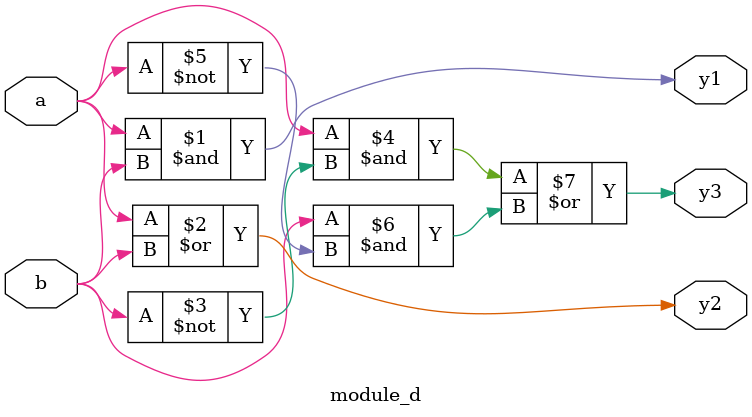
<source format=sv>
module module_d(input logic a,b, output logic y1, y2, y3);

assign y1 = a & b;

// Complete for OR and XOR gates
assign y2 =  a | b;

//xor is remaining now
//based on diagram below
//a    b     y3
//0    0     0
//0    1     1 * 
//1    0     1 *
//1    1     0
//we get the equation: (a & (~b)) | (b & (~a))

assign y3 = (a & (~b)) | (b & (~a));

endmodule

</source>
